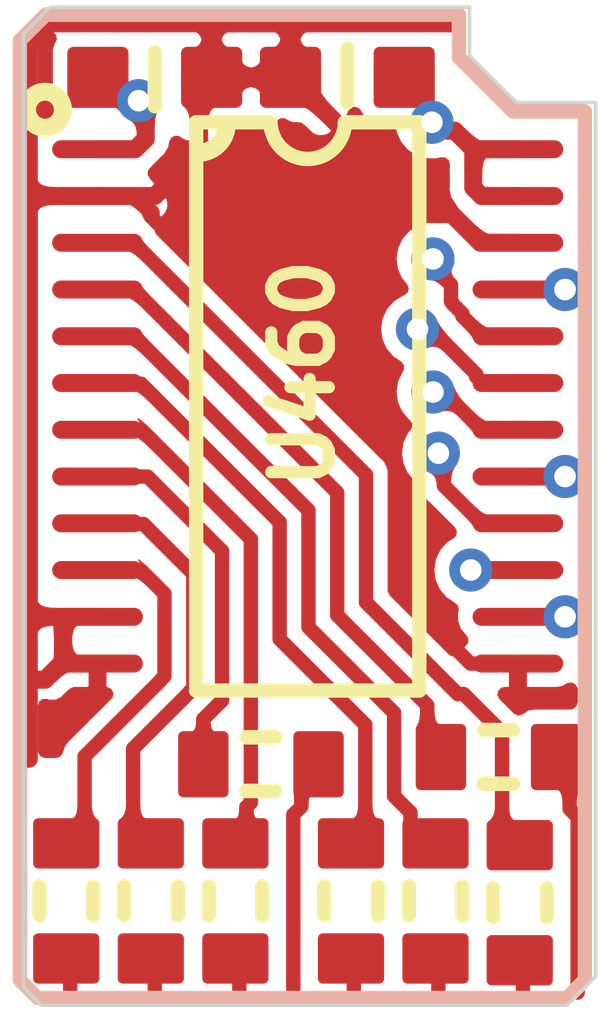
<source format=kicad_pcb>
(kicad_pcb (version 20210108) (generator pcbnew)
  (layers (0 "F.Cu" signal "Top Layer") (31 "B.Cu" signal "Bottom Layer") (34 "B.Paste" user) (35 "F.Paste" user) (36 "B.SilkS" user "B.Silkscreen") (37 "F.SilkS" user "F.Silkscreen") (38 "B.Mask" user) (39 "F.Mask" user) (44 "Edge.Cuts" user))
  (net 0 "")
  (net 1 "OUT_IGN7")
  (net 2 "VCC")
  (net 3 "V33")
  (net 4 "NetR469_1")
  (net 5 "NetR468_1")
  (net 6 "NetR467_1")
  (net 7 "NetR466_1")
  (net 8 "NetR464_1")
  (net 9 "NetR463_1")
  (net 10 "NetR462_1")
  (net 11 "NetR461_1")
  (net 12 "IGN8")
  (net 13 "IGN7")
  (net 14 "IGN6")
  (net 15 "IGN5")
  (net 16 "OUT_IGN8")
  (net 17 "OUT_IGN6")
  (net 18 "GND")
  (net 19 "IGN2")
  (net 20 "IGN1")
  (net 21 "IGN4")
  (net 22 "IGN3")
  (net 23 "OUT_IGN5")
  (net 24 "OUT_IGN2")
  (net 25 "OUT_IGN1")
  (net 26 "OUT_IGN4")
  (net 27 "OUT_IGN3")
  (footprint "General.pcblib:Cap" (layer "F.Cu") (at 1.900009 -12.9)
    (fp_text reference "C460" hide)
    (fp_text value "100n" hide)
    (fp_line (start 0 0.4) (end 0 -0.349986) (layer "F.SilkS") (width 0.2))
    (pad "1" smd roundrect (at -0.790001 0) (size 0.850001 0.850001) (layers "F.Cu" "F.Paste" "F.Mask") (roundrect_rratio 0.1) (net 2 "VCC"))
    (pad "2" smd roundrect (at 0.790001 0) (size 0.850001 0.850001) (layers "F.Cu" "F.Paste" "F.Mask") (roundrect_rratio 0.1) (net 18 "GND"))
  )
  (footprint "General.pcblib:Res" (layer "F.Cu") (at 3.020027 -1.45 -90)
    (fp_text reference "R463" hide)
    (fp_text value "10" hide)
    (fp_line (start 0.2 -0.374985) (end -0.199999 -0.374995) (layer "F.SilkS") (width 0.2032))
    (fp_line (start 0.198943 0.37085) (end -0.201056 0.37084) (layer "F.SilkS") (width 0.2032))
    (pad "1" smd roundrect (at -0.800001 0 270) (size 0.700001 0.920001) (layers "F.Cu" "F.Paste" "F.Mask") (roundrect_rratio 0.1) (net 9 "NetR463_1"))
    (pad "2" smd roundrect (at 0.800001 0 270) (size 0.700001 0.920001) (layers "F.Cu" "F.Paste" "F.Mask") (roundrect_rratio 0.1) (net 27 "OUT_IGN3"))
  )
  (footprint "General.pcblib:Res" (layer "F.Cu") (at 6.969999 -1.425001 -90)
    (fp_text reference "R461" hide)
    (fp_text value "10" hide)
    (fp_line (start 0.198943 0.37085) (end -0.201056 0.37084) (layer "F.SilkS") (width 0.2032))
    (fp_line (start 0.2 -0.374985) (end -0.2 -0.374995) (layer "F.SilkS") (width 0.2032))
    (pad "1" smd roundrect (at -0.800001 0 270) (size 0.700001 0.920001) (layers "F.Cu" "F.Paste" "F.Mask") (roundrect_rratio 0.1) (net 11 "NetR461_1"))
    (pad "2" smd roundrect (at 0.800001 0 270) (size 0.700001 0.920001) (layers "F.Cu" "F.Paste" "F.Mask") (roundrect_rratio 0.1) (net 1 "OUT_IGN7"))
  )
  (footprint "General.pcblib:Res" (layer "F.Cu") (at 4.626 -1.450002 -90)
    (fp_text reference "R462" hide)
    (fp_text value "10" hide)
    (fp_line (start 0.198943 0.37085) (end -0.201056 0.37084) (layer "F.SilkS") (width 0.2032))
    (fp_line (start 0.199999 -0.374986) (end -0.2 -0.374996) (layer "F.SilkS") (width 0.2032))
    (pad "1" smd roundrect (at -0.800001 0 270) (size 0.700001 0.920001) (layers "F.Cu" "F.Paste" "F.Mask") (roundrect_rratio 0.1) (net 10 "NetR462_1"))
    (pad "2" smd roundrect (at 0.800001 0 270) (size 0.700001 0.920001) (layers "F.Cu" "F.Paste" "F.Mask") (roundrect_rratio 0.1) (net 23 "OUT_IGN5"))
  )
  (footprint "General.pcblib:Res" (layer "F.Cu") (at 3.375022 -3.350001)
    (fp_text reference "R466" hide)
    (fp_text value "10" hide)
    (fp_line (start -0.199999 -0.374995) (end 0.2 -0.374985) (layer "F.SilkS") (width 0.2032))
    (fp_line (start -0.201056 0.37084) (end 0.198943 0.37085) (layer "F.SilkS") (width 0.2032))
    (pad "1" smd roundrect (at -0.8 0) (size 0.700001 0.920001) (layers "F.Cu" "F.Paste" "F.Mask") (roundrect_rratio 0.1) (net 7 "NetR466_1"))
    (pad "2" smd roundrect (at 0.800001 0) (size 0.700001 0.920001) (layers "F.Cu" "F.Paste" "F.Mask") (roundrect_rratio 0.1) (net 26 "OUT_IGN4"))
  )
  (footprint "General.pcblib:Res" (layer "F.Cu") (at 0.670004 -1.45 -90)
    (fp_text reference "R467" hide)
    (fp_text value "10" hide)
    (fp_line (start 0.198943 0.37085) (end -0.201056 0.37084) (layer "F.SilkS") (width 0.2032))
    (fp_line (start 0.2 -0.374985) (end -0.199999 -0.374995) (layer "F.SilkS") (width 0.2032))
    (pad "1" smd roundrect (at -0.800001 0 270) (size 0.700001 0.920001) (layers "F.Cu" "F.Paste" "F.Mask") (roundrect_rratio 0.1) (net 6 "NetR467_1"))
    (pad "2" smd roundrect (at 0.800001 0 270) (size 0.700001 0.920001) (layers "F.Cu" "F.Paste" "F.Mask") (roundrect_rratio 0.1) (net 25 "OUT_IGN1"))
  )
  (footprint "Mod.PcbLib:Mod-Hellen-IGN8" (layer "F.Cu") (at 0 0)
    (fp_text reference "M460" hide)
    (fp_text value "Module:ign8/0.1" hide)
    (fp_line (start 0.025001 -13.412061) (end 0.386649 -13.773709) (layer "B.SilkS") (width 0.2))
    (fp_line (start 0.025001 -0.35038) (end 0.275001 -0.100381) (layer "B.SilkS") (width 0.2))
    (fp_line (start 0.025001 -0.35038) (end 0.025001 -13.412061) (layer "B.SilkS") (width 0.2))
    (fp_line (start 0.386649 -13.773709) (end 6.124999 -13.773709) (layer "B.SilkS") (width 0.2))
    (fp_line (start 6.875 -12.424999) (end 7.875001 -12.424999) (layer "B.SilkS") (width 0.2))
    (fp_line (start 7.875001 -0.349999) (end 7.875001 -12.424999) (layer "B.SilkS") (width 0.2))
    (fp_line (start 6.124999 -13.175) (end 6.875 -12.424999) (layer "B.SilkS") (width 0.2))
    (fp_line (start 7.625382 -0.100381) (end 7.875001 -0.349999) (layer "B.SilkS") (width 0.2))
    (fp_line (start 0.275001 -0.100381) (end 7.625382 -0.100381) (layer "B.SilkS") (width 0.2))
    (fp_line (start 6.124999 -13.175) (end 6.124999 -13.773709) (layer "B.SilkS") (width 0.2))
    (fp_line (start 6.124999 -13.175) (end 6.124999 -13.771352) (layer "F.SilkS") (width 0.2))
    (fp_line (start 7.875001 -10.550002) (end 7.875001 -12.424999) (layer "F.SilkS") (width 0.2))
    (fp_line (start 0.025001 -0.35038) (end 0.275001 -0.100381) (layer "F.SilkS") (width 0.2))
    (fp_line (start 7.875001 -0.350002) (end 7.875001 -10.550002) (layer "F.SilkS") (width 0.2))
    (fp_line (start 0.275001 -0.100381) (end 7.62538 -0.100381) (layer "F.SilkS") (width 0.2))
    (fp_line (start 7.62538 -0.100381) (end 7.875001 -0.350002) (layer "F.SilkS") (width 0.2))
    (fp_line (start 6.875 -12.424999) (end 7.875001 -12.424999) (layer "F.SilkS") (width 0.2))
    (fp_line (start 0.384292 -13.771352) (end 6.124999 -13.771352) (layer "F.SilkS") (width 0.2))
    (fp_line (start 6.124999 -13.175) (end 6.875 -12.424999) (layer "F.SilkS") (width 0.2))
    (fp_line (start 0.025001 -13.412061) (end 0.384292 -13.771352) (layer "F.SilkS") (width 0.2))
    (fp_line (start 0.025001 -0.35038) (end 0.025001 -13.412061) (layer "F.SilkS") (width 0.2))
    (pad "G" smd oval (at 0.300004 -13.499996 45) (size 0.650001 0.25) (layers "F.Cu" "F.Paste") (net 18 "GND"))
    (pad "G" smd oval (at 0.15 -8.400001 90) (size 10.2 0.25) (layers "F.Cu" "F.Paste") (net 18 "GND"))
    (pad "G" smd oval (at 3.2625 -13.649996 90) (size 0.25 5.800001) (layers "F.Cu" "F.Paste") (net 18 "GND"))
    (pad "S1" smd oval (at 7.774948 -0.275379 90) (size 0.399999 0.2) (layers "F.Cu" "F.Paste" "F.Mask") (net 16 "OUT_IGN8"))
    (pad "S2" smd oval (at 7.014969 -0.275379 90) (size 0.399999 0.2) (layers "F.Cu" "F.Paste" "F.Mask") (net 1 "OUT_IGN7"))
    (pad "S3" smd oval (at 5.839976 -0.275379 90) (size 0.399999 0.2) (layers "F.Cu" "F.Paste" "F.Mask") (net 17 "OUT_IGN6"))
    (pad "S4" smd oval (at 4.664989 -0.275379 90) (size 0.399999 0.2) (layers "F.Cu" "F.Paste" "F.Mask") (net 23 "OUT_IGN5"))
    (pad "S5" smd oval (at 3.825077 -0.275379 90) (size 0.399999 0.2) (layers "F.Cu" "F.Paste" "F.Mask") (net 26 "OUT_IGN4"))
    (pad "S6" smd oval (at 3.075005 -0.275379 90) (size 0.399999 0.2) (layers "F.Cu" "F.Paste" "F.Mask") (net 27 "OUT_IGN3"))
    (pad "S7" smd oval (at 1.899994 -0.275379 90) (size 0.399999 0.2) (layers "F.Cu" "F.Paste" "F.Mask") (net 24 "OUT_IGN2"))
    (pad "S8" smd oval (at 0.724997 -0.275379 90) (size 0.399999 0.2) (layers "F.Cu" "F.Paste" "F.Mask") (net 25 "OUT_IGN1"))
    (pad "V1" thru_hole circle (at 5.765 -10.374986 180) (size 0.599999 0.599999) (drill 0.299999) (layers *.Cu *.Mask) (net 12 "IGN8"))
    (pad "V2" thru_hole circle (at 7.60001 -9.949978 180) (size 0.599999 0.599999) (drill 0.299999) (layers *.Cu *.Mask) (net 13 "IGN7"))
    (pad "V3" thru_hole circle (at 5.550002 -9.399981 180) (size 0.599999 0.599999) (drill 0.299999) (layers *.Cu *.Mask) (net 14 "IGN6"))
    (pad "V4" thru_hole circle (at 5.764997 -8.525022) (size 0.599999 0.599999) (drill 0.299999) (layers *.Cu *.Mask) (net 15 "IGN5"))
    (pad "V5" thru_hole circle (at 5.840004 -7.674999 180) (size 0.599999 0.599999) (drill 0.299999) (layers *.Cu *.Mask) (net 21 "IGN4"))
    (pad "V6" thru_hole circle (at 7.60001 -7.349983 180) (size 0.599999 0.599999) (drill 0.299999) (layers *.Cu *.Mask) (net 22 "IGN3"))
    (pad "V7" thru_hole circle (at 6.29001 -6.050016) (size 0.599999 0.599999) (drill 0.299999) (layers *.Cu *.Mask) (net 19 "IGN2"))
    (pad "V8" thru_hole circle (at 7.60001 -5.399999 180) (size 0.599999 0.599999) (drill 0.299999) (layers *.Cu *.Mask) (net 20 "IGN1"))
    (pad "V9" thru_hole circle (at 1.674995 -12.575002 180) (size 0.599999 0.599999) (drill 0.299999) (layers *.Cu *.Mask) (net 2 "VCC"))
    (pad "V10" thru_hole circle (at 5.750001 -12.275 180) (size 0.599999 0.599999) (drill 0.299999) (layers *.Cu *.Mask) (net 3 "V33"))
  )
  (footprint "General.pcblib:Res" (layer "F.Cu") (at 5.800009 -1.45 -90)
    (fp_text reference "R468" hide)
    (fp_text value "10" hide)
    (fp_line (start 0.198943 0.37085) (end -0.201056 0.37084) (layer "F.SilkS") (width 0.2032))
    (fp_line (start 0.2 -0.374985) (end -0.199999 -0.374995) (layer "F.SilkS") (width 0.2032))
    (pad "1" smd roundrect (at -0.800001 0 270) (size 0.700001 0.920001) (layers "F.Cu" "F.Paste" "F.Mask") (roundrect_rratio 0.1) (net 5 "NetR468_1"))
    (pad "2" smd roundrect (at 0.800001 0 270) (size 0.700001 0.920001) (layers "F.Cu" "F.Paste" "F.Mask") (roundrect_rratio 0.1) (net 17 "OUT_IGN6"))
  )
  (footprint "General.pcblib:Res" (layer "F.Cu") (at 6.675006 -3.450001)
    (fp_text reference "R469" hide)
    (fp_text value "10" hide)
    (fp_line (start -0.201057 0.37084) (end 0.198943 0.37085) (layer "F.SilkS") (width 0.2032))
    (fp_line (start -0.2 -0.374995) (end 0.199999 -0.374985) (layer "F.SilkS") (width 0.2032))
    (pad "1" smd roundrect (at -0.800001 0) (size 0.700001 0.920001) (layers "F.Cu" "F.Paste" "F.Mask") (roundrect_rratio 0.1) (net 4 "NetR469_1"))
    (pad "2" smd roundrect (at 0.800001 0) (size 0.700001 0.920001) (layers "F.Cu" "F.Paste" "F.Mask") (roundrect_rratio 0.1) (net 16 "OUT_IGN8"))
  )
  (footprint "General.pcblib:Res" (layer "F.Cu") (at 1.845036 -1.45 -90)
    (fp_text reference "R464" hide)
    (fp_text value "10" hide)
    (fp_line (start 0.198943 0.37085) (end -0.201056 0.37084) (layer "F.SilkS") (width 0.2032))
    (fp_line (start 0.2 -0.374985) (end -0.199999 -0.374995) (layer "F.SilkS") (width 0.2032))
    (pad "1" smd roundrect (at -0.800001 0 270) (size 0.700001 0.920001) (layers "F.Cu" "F.Paste" "F.Mask") (roundrect_rratio 0.1) (net 8 "NetR464_1"))
    (pad "2" smd roundrect (at 0.800001 0 270) (size 0.700001 0.920001) (layers "F.Cu" "F.Paste" "F.Mask") (roundrect_rratio 0.1) (net 24 "OUT_IGN2"))
  )
  (footprint "IC.PcbLib:74LVC4245" (layer "F.Cu") (at 4.025011 -8.325002)
    (fp_text reference "U460" (at 0.39987 1.216192 90 unlocked) (layer "F.SilkS") (effects (font (size 0.800001 0.800001) (thickness 0.17)) (justify left bottom)))
    (fp_text value "SN74LVC4245APWR" hide)
    (fp_line (start -1.55001 3.950004) (end -1.55001 -3.950005) (layer "F.SilkS") (width 0.2))
    (fp_line (start 1.55001 3.950004) (end 1.55001 -3.950005) (layer "F.SilkS") (width 0.2))
    (fp_line (start 0.516661 -3.950005) (end 1.55001 -3.950005) (layer "F.SilkS") (width 0.2))
    (fp_line (start -1.55001 3.950004) (end 1.55001 3.950004) (layer "F.SilkS") (width 0.2))
    (fp_line (start -1.55001 -3.950005) (end -0.516661 -3.950005) (layer "F.SilkS") (width 0.2))
    (fp_arc (start -1.525001 -3.925001) (end -1.525001 -3.525002) (angle -90) (layer "F.SilkS") (width 0.25))
    (fp_arc (start 0 -3.95) (end -0.516659 -3.95) (angle -180) (layer "F.SilkS") (width 0.2))
    (fp_circle (center -3.650013 -4.124999) (end -3.650013 -4.374999) (layer "F.SilkS") (width 0.25) (fill none))
    (pad "1" smd oval (at -2.919999 -3.575 90) (size 0.25 1.26) (layers "F.Cu" "F.Paste" "F.Mask") (net 2 "VCC"))
    (pad "2" smd oval (at -2.919999 -2.924988 90) (size 0.25 1.26) (layers "F.Cu" "F.Paste" "F.Mask") (net 18 "GND"))
    (pad "3" smd oval (at -2.919999 -2.275002 90) (size 0.25 1.26) (layers "F.Cu" "F.Paste" "F.Mask") (net 11 "NetR461_1"))
    (pad "4" smd oval (at -2.919999 -1.624991 90) (size 0.25 1.26) (layers "F.Cu" "F.Paste" "F.Mask") (net 4 "NetR469_1"))
    (pad "5" smd oval (at -2.919999 -0.975005 90) (size 0.25 1.26) (layers "F.Cu" "F.Paste" "F.Mask") (net 5 "NetR468_1"))
    (pad "6" smd oval (at -2.919999 -0.324993 90) (size 0.25 1.26) (layers "F.Cu" "F.Paste" "F.Mask") (net 10 "NetR462_1"))
    (pad "7" smd oval (at -2.919999 0.324993 90) (size 0.25 1.26) (layers "F.Cu" "F.Paste" "F.Mask") (net 9 "NetR463_1"))
    (pad "8" smd oval (at -2.919999 0.975004 90) (size 0.25 1.26) (layers "F.Cu" "F.Paste" "F.Mask") (net 7 "NetR466_1"))
    (pad "9" smd oval (at -2.919999 1.62499 90) (size 0.25 1.26) (layers "F.Cu" "F.Paste" "F.Mask") (net 8 "NetR464_1"))
    (pad "10" smd oval (at -2.919999 2.275001 90) (size 0.25 1.26) (layers "F.Cu" "F.Paste" "F.Mask") (net 6 "NetR467_1"))
    (pad "11" smd oval (at -2.919999 2.924987 90) (size 0.25 1.26) (layers "F.Cu" "F.Paste" "F.Mask") (net 18 "GND"))
    (pad "12" smd oval (at -2.919999 3.574999 90) (size 0.25 1.26) (layers "F.Cu" "F.Paste" "F.Mask") (net 18 "GND"))
    (pad "13" smd oval (at 2.919999 3.574999 90) (size 0.25 1.26) (layers "F.Cu" "F.Paste" "F.Mask") (net 18 "GND"))
    (pad "14" smd oval (at 2.919999 2.924987 90) (size 0.25 1.26) (layers "F.Cu" "F.Paste" "F.Mask") (net 20 "IGN1"))
    (pad "15" smd oval (at 2.919999 2.275001 90) (size 0.25 1.26) (layers "F.Cu" "F.Paste" "F.Mask") (net 19 "IGN2"))
    (pad "16" smd oval (at 2.919999 1.62499 90) (size 0.25 1.26) (layers "F.Cu" "F.Paste" "F.Mask") (net 21 "IGN4"))
    (pad "17" smd oval (at 2.919999 0.975004 90) (size 0.25 1.26) (layers "F.Cu" "F.Paste" "F.Mask") (net 22 "IGN3"))
    (pad "18" smd oval (at 2.919999 0.324993 90) (size 0.25 1.26) (layers "F.Cu" "F.Paste" "F.Mask") (net 15 "IGN5"))
    (pad "19" smd oval (at 2.919999 -0.324993 90) (size 0.25 1.26) (layers "F.Cu" "F.Paste" "F.Mask") (net 14 "IGN6"))
    (pad "20" smd oval (at 2.919999 -0.975005 90) (size 0.25 1.26) (layers "F.Cu" "F.Paste" "F.Mask") (net 12 "IGN8"))
    (pad "21" smd oval (at 2.919999 -1.624991 90) (size 0.25 1.26) (layers "F.Cu" "F.Paste" "F.Mask") (net 13 "IGN7"))
    (pad "22" smd oval (at 2.919999 -2.275002 90) (size 0.25 1.26) (layers "F.Cu" "F.Paste" "F.Mask") (net 18 "GND"))
    (pad "23" smd oval (at 2.919999 -2.924988 90) (size 0.25 1.26) (layers "F.Cu" "F.Paste" "F.Mask") (net 3 "V33"))
    (pad "24" smd oval (at 2.919999 -3.575 90) (size 0.25 1.26) (layers "F.Cu" "F.Paste" "F.Mask") (net 3 "V33"))
  )
  (footprint "General.pcblib:Cap" (layer "F.Cu") (at 4.574987 -12.900002 180)
    (fp_text reference "C461" hide)
    (fp_text value "100n" hide)
    (fp_line (start 0 -0.349986) (end 0 0.399999) (layer "F.SilkS") (width 0.2))
    (pad "1" smd roundrect (at -0.790001 0 180) (size 0.850001 0.850001) (layers "F.Cu" "F.Paste" "F.Mask") (roundrect_rratio 0.1) (net 3 "V33"))
    (pad "2" smd roundrect (at 0.790001 0 180) (size 0.850001 0.850001) (layers "F.Cu" "F.Paste" "F.Mask") (roundrect_rratio 0.1) (net 18 "GND"))
  )
  (gr_poly (pts (xy 0.499999 -5.080185) (xy 0.485135 -5.35243) (xy 0.875 -5.278722) (xy 0.851251 -5.280447) (xy 0.830001 -5.276162) (xy 0.811251 -5.265875) (xy 0.795 -5.249578) (xy 0.781251 -5.227277) (xy 0.770001 -5.198969) (xy 0.761251 -5.164656) (xy 0.755 -5.124333) (xy 0.751251 -5.078009) (xy 0.750001 -5.025674)) (layer "F.Cu") (width 0) (fill solid))
  (gr_poly (pts (xy 2.389947 -12.226442) (xy 2.388956 -12.266684) (xy 2.385985 -12.304083) (xy 2.381034 -12.338637) (xy 2.374102 -12.370349) (xy 2.36519 -12.399218) (xy 2.354298 -12.425243) (xy 2.341425 -12.448426) (xy 2.326571 -12.468766) (xy 2.309739 -12.486262) (xy 2.290925 -12.500915) (xy 2.764945 -12.47949) (xy 2.741196 -12.477976) (xy 2.719946 -12.471176) (xy 2.701196 -12.459089) (xy 2.684945 -12.441715) (xy 2.671196 -12.419053) (xy 2.659944 -12.391106) (xy 2.651196 -12.35787) (xy 2.644945 -12.319348) (xy 2.641196 -12.275538) (xy 2.639944 -12.226442)) (layer "F.Cu") (width 0) (fill solid))
  (gr_poly (pts (xy 6.315669 -6.965775) (xy 6.354013 -6.928813) (xy 6.423995 -6.869902) (xy 6.455631 -6.847952) (xy 6.485034 -6.831002) (xy 6.512199 -6.819057) (xy 6.537132 -6.812115) (xy 6.559827 -6.810174) (xy 6.580287 -6.813238) (xy 6.598511 -6.821305) (xy 6.325133 -6.652428) (xy 6.322725 -6.658831) (xy 6.317597 -6.667538) (xy 6.309741 -6.678549) (xy 6.28586 -6.70748) (xy 6.229609 -6.76815) (xy 6.178489 -6.820113)) (layer "F.Cu") (width 0) (fill solid))
  (gr_poly (pts (xy 6.3292 -9.56577) (xy 6.367262 -9.529092) (xy 6.436865 -9.470555) (xy 6.46841 -9.448698) (xy 6.49778 -9.431782) (xy 6.524978 -9.419806) (xy 6.550002 -9.412768) (xy 6.572855 -9.410672) (xy 6.593535 -9.413514) (xy 6.612042 -9.421299) (xy 6.325133 -9.252422) (xy 6.322088 -9.262036) (xy 6.316386 -9.273614) (xy 6.308029 -9.287159) (xy 6.297013 -9.302669) (xy 6.267013 -9.339583) (xy 6.226383 -9.38436) (xy 6.175129 -9.436997)) (layer "F.Cu") (width 0) (fill solid))
  (gr_poly (pts (xy 3.836665 -2.761663) (xy 3.831958 -2.933878) (xy 4.066741 -2.894787) (xy 4.061026 -2.894358) (xy 4.055913 -2.891064) (xy 4.051402 -2.884909) (xy 4.047493 -2.875892) (xy 4.044183 -2.86401) (xy 4.041478 -2.849265) (xy 4.039372 -2.831661) (xy 4.036964 -2.787858) (xy 4.036665 -2.761663)) (layer "F.Cu") (width 0) (fill solid))
  (gr_poly (pts (xy 1.808528 -8.400052) (xy 1.770761 -8.436437) (xy 1.702603 -8.493526) (xy 1.672212 -8.51423) (xy 1.644279 -8.529709) (xy 1.618806 -8.53996) (xy 1.595793 -8.544987) (xy 1.575237 -8.544784) (xy 1.557142 -8.539358) (xy 1.541506 -8.528703) (xy 1.724889 -8.69758) (xy 1.723967 -8.711603) (xy 1.728046 -8.719246) (xy 1.737129 -8.720506) (xy 1.751216 -8.715385) (xy 1.770304 -8.703882) (xy 1.794396 -8.685995) (xy 1.823489 -8.661728) (xy 1.940786 -8.550636)) (layer "F.Cu") (width 0) (fill solid))
  (gr_poly (pts (xy 4.208544 -12.299668) (xy 4.157005 -12.34947) (xy 4.064714 -12.427862) (xy 4.023965 -12.45645) (xy 3.986812 -12.477968) (xy 3.953253 -12.492416) (xy 3.923294 -12.499792) (xy 3.896929 -12.500097) (xy 3.874163 -12.49333) (xy 3.854991 -12.479492) (xy 4.205496 -12.829997) (xy 4.191658 -12.810825) (xy 4.184891 -12.788059) (xy 4.185196 -12.761694) (xy 4.192572 -12.731735) (xy 4.20702 -12.698176) (xy 4.228539 -12.661024) (xy 4.257126 -12.620274) (xy 4.292788 -12.575926) (xy 4.38532 -12.476444)) (layer "F.Cu") (width 0) (fill solid))
  (gr_poly (pts (xy 1.817919 -7.756342) (xy 1.778396 -7.794483) (xy 1.708313 -7.853495) (xy 1.677754 -7.874368) (xy 1.650185 -7.889484) (xy 1.625605 -7.898841) (xy 1.604015 -7.902445) (xy 1.585412 -7.900292) (xy 1.569796 -7.892382) (xy 1.557172 -7.878717) (xy 1.697934 -8.087932) (xy 1.674564 -8.124838) (xy 1.661841 -8.149671) (xy 1.659766 -8.162432) (xy 1.668338 -8.163121) (xy 1.687558 -8.151736) (xy 1.717429 -8.128279) (xy 1.757944 -8.092747) (xy 1.943384 -7.913718)) (layer "F.Cu") (width 0) (fill solid))
  (gr_poly (pts (xy 3.272841 -2.754559) (xy 3.273405 -2.724285) (xy 3.277908 -2.673294) (xy 3.281848 -2.652578) (xy 3.286915 -2.635052) (xy 3.293107 -2.620709) (xy 3.300425 -2.609555) (xy 3.308871 -2.601587) (xy 3.318441 -2.596807) (xy 3.329137 -2.595215) (xy 3.016545 -2.595215) (xy 3.027241 -2.596807) (xy 3.036811 -2.601587) (xy 3.045257 -2.609555) (xy 3.052575 -2.620709) (xy 3.058767 -2.635052) (xy 3.063834 -2.652578) (xy 3.067774 -2.673294) (xy 3.070588 -2.697196) (xy 3.072277 -2.724285) (xy 3.072841 -2.754559)) (layer "F.Cu") (width 0) (fill solid))
  (gr_poly (pts (xy 1.812404 -5.802648) (xy 1.772562 -5.841108) (xy 1.701808 -5.900791) (xy 1.670898 -5.922015) (xy 1.642966 -5.937494) (xy 1.618013 -5.947227) (xy 1.596034 -5.951215) (xy 1.577038 -5.949457) (xy 1.561015 -5.941957) (xy 1.547973 -5.928708) (xy 1.697934 -6.137923) (xy 1.677883 -6.169762) (xy 1.667708 -6.190483) (xy 1.667408 -6.200087) (xy 1.676987 -6.198575) (xy 1.696441 -6.185944) (xy 1.725773 -6.162197) (xy 1.814063 -6.081352) (xy 1.94186 -5.956036)) (layer "F.Cu") (width 0) (fill solid))
  (gr_poly (pts (xy 1.740019 -9.034244) (xy 1.701551 -9.071328) (xy 1.631406 -9.130403) (xy 1.599728 -9.152397) (xy 1.570312 -9.169359) (xy 1.543159 -9.18129) (xy 1.51827 -9.188191) (xy 1.495643 -9.190063) (xy 1.475278 -9.186903) (xy 1.457178 -9.178714) (xy 1.724889 -9.347591) (xy 1.727027 -9.342531) (xy 1.731919 -9.335026) (xy 1.739562 -9.325077) (xy 1.763105 -9.297843) (xy 1.870126 -9.186979)) (layer "F.Cu") (width 0) (fill solid))
  (gr_poly (pts (xy 3.909985 -13.573559) (xy 3.911237 -13.52548) (xy 3.914986 -13.482462) (xy 3.921237 -13.444504) (xy 3.929985 -13.411609) (xy 3.941237 -13.383773) (xy 3.954986 -13.360999) (xy 3.971237 -13.343285) (xy 3.989984 -13.330634) (xy 4.011237 -13.323042) (xy 4.034986 -13.320512) (xy 3.534987 -13.320512) (xy 3.558736 -13.323042) (xy 3.579988 -13.330634) (xy 3.598736 -13.343285) (xy 3.614986 -13.360999) (xy 3.628735 -13.383773) (xy 3.639988 -13.411609) (xy 3.648735 -13.444504) (xy 3.654986 -13.482462) (xy 3.658735 -13.52548) (xy 3.659988 -13.573559)) (layer "F.Cu") (width 0) (fill solid))
  (gr_poly (pts (xy 6.299523 -10.901121) (xy 6.346055 -10.856326) (xy 6.431671 -10.784609) (xy 6.470752 -10.757687) (xy 6.50735 -10.736727) (xy 6.541463 -10.721724) (xy 6.573091 -10.712679) (xy 6.602237 -10.709593) (xy 6.628897 -10.712465) (xy 6.653075 -10.721297) (xy 6.325133 -10.55242) (xy 6.324049 -10.547718) (xy 6.317767 -10.548821) (xy 6.306289 -10.555729) (xy 6.289614 -10.568442) (xy 6.240678 -10.611284) (xy 6.080455 -10.766636)) (layer "F.Cu") (width 0) (fill solid))
  (gr_poly (pts (xy 6.825 -2.773263) (xy 6.826001 -2.733909) (xy 6.829001 -2.698788) (xy 6.834 -2.667899) (xy 6.841 -2.641244) (xy 6.849999 -2.618824) (xy 6.861 -2.600635) (xy 6.873999 -2.58668) (xy 6.889001 -2.57696) (xy 6.906001 -2.571471) (xy 6.925 -2.570216) (xy 6.531732 -2.553269) (xy 6.549454 -2.566688) (xy 6.565308 -2.582014) (xy 6.579299 -2.599246) (xy 6.591424 -2.618387) (xy 6.601684 -2.639431) (xy 6.610078 -2.662385) (xy 6.616606 -2.687244) (xy 6.621269 -2.71401) (xy 6.624069 -2.742684) (xy 6.625001 -2.773263)) (layer "F.Cu") (width 0) (fill solid))
  (gr_poly (pts (xy 6.200135 -11.602418) (xy 6.201288 -11.763522) (xy 6.229017 -12.116057) (xy 6.241727 -12.131223) (xy 6.256746 -12.1172) (xy 6.274077 -12.073987) (xy 6.293719 -12.001589) (xy 6.315669 -11.900002) (xy 6.575133 -11.778709) (xy 6.551384 -11.786697) (xy 6.530134 -11.787287) (xy 6.511384 -11.780477) (xy 6.495133 -11.766271) (xy 6.481384 -11.744665) (xy 6.470132 -11.715661) (xy 6.461384 -11.679258) (xy 6.455133 -11.635458) (xy 6.451384 -11.584259) (xy 6.450132 -11.525661)) (layer "F.Cu") (width 0) (fill solid))
  (gr_poly (pts (xy 1.649999 -12.096046) (xy 1.648986 -12.126862) (xy 1.645938 -12.155427) (xy 1.640858 -12.181746) (xy 1.633748 -12.205815) (xy 1.624607 -12.227634) (xy 1.613433 -12.247207) (xy 1.600228 -12.26453) (xy 1.584993 -12.279605) (xy 1.567724 -12.292432) (xy 1.548425 -12.303011) (xy 1.9444 -12.443016) (xy 1.935965 -12.424237) (xy 1.928416 -12.404156) (xy 1.921756 -12.382772) (xy 1.915986 -12.360082) (xy 1.907103 -12.310796) (xy 1.903997 -12.284197) (xy 1.900443 -12.227088) (xy 1.900001 -12.196577)) (layer "F.Cu") (width 0) (fill solid))
  (gr_poly (pts (xy 1.699999 -2.798262) (xy 1.701 -2.758907) (xy 1.704 -2.723787) (xy 1.708998 -2.692898) (xy 1.715999 -2.666243) (xy 1.725 -2.643823) (xy 1.735999 -2.625634) (xy 1.748998 -2.611679) (xy 1.764 -2.601958) (xy 1.781 -2.596469) (xy 1.799999 -2.595215) (xy 1.406769 -2.578268) (xy 1.424483 -2.591681) (xy 1.440332 -2.607005) (xy 1.454318 -2.624234) (xy 1.466436 -2.643373) (xy 1.476693 -2.664417) (xy 1.485082 -2.687371) (xy 1.49161 -2.712232) (xy 1.496271 -2.739001) (xy 1.499067 -2.767678) (xy 1.5 -2.798262)) (layer "F.Cu") (width 0) (fill solid))
  (gr_poly (pts (xy 1.306345 -12.880437) (xy 1.329207 -12.858943) (xy 1.351354 -12.840899) (xy 1.372789 -12.826302) (xy 1.393508 -12.815153) (xy 1.413513 -12.807452) (xy 1.432804 -12.803203) (xy 1.451381 -12.8024) (xy 1.469245 -12.805044) (xy 1.486395 -12.81114) (xy 1.502832 -12.820683) (xy 1.414239 -12.426658) (xy 1.164402 -12.668829)) (layer "F.Cu") (width 0) (fill solid))
  (gr_poly (pts (xy 7.563272 -2.791739) (xy 7.562271 -2.832301) (xy 7.559271 -2.868361) (xy 7.554272 -2.899921) (xy 7.547272 -2.926979) (xy 7.538273 -2.949534) (xy 7.527272 -2.967589) (xy 7.514273 -2.98114) (xy 7.499271 -2.99019) (xy 7.482271 -2.994739) (xy 7.463272 -2.994787) (xy 7.818072 -3.033878) (xy 7.80766 -3.016712) (xy 7.798344 -2.998018) (xy 7.790124 -2.977792) (xy 7.782999 -2.956037) (xy 7.776972 -2.932753) (xy 7.772039 -2.907939) (xy 7.765463 -2.85372) (xy 7.76382 -2.824317) (xy 7.763271 -2.793383)) (layer "F.Cu") (width 0) (fill solid))
  (gr_poly (pts (xy 5.816539 -7.223483) (xy 5.815548 -7.249262) (xy 5.812577 -7.273262) (xy 5.807621 -7.295479) (xy 5.800687 -7.315919) (xy 5.791769 -7.334578) (xy 5.78087 -7.351456) (xy 5.767989 -7.366554) (xy 5.753125 -7.379873) (xy 5.736283 -7.391413) (xy 5.717456 -7.401171) (xy 6.081692 -7.497272) (xy 6.069312 -7.478878) (xy 6.058238 -7.459127) (xy 6.048464 -7.438024) (xy 6.039993 -7.415571) (xy 6.032828 -7.391763) (xy 6.026963 -7.366605) (xy 6.022404 -7.340092) (xy 6.019145 -7.312228) (xy 6.016539 -7.252439)) (layer "F.Cu") (width 0) (fill solid))
  (gr_poly (pts (xy 4.925004 -2.798265) (xy 4.925997 -2.759433) (xy 4.928979 -2.724681) (xy 4.93395 -2.694008) (xy 4.94091 -2.667411) (xy 4.949855 -2.644894) (xy 4.96079 -2.626457) (xy 4.973714 -2.612095) (xy 4.988624 -2.601813) (xy 5.005522 -2.595611) (xy 5.02441 -2.593485) (xy 4.625005 -2.595217) (xy 4.644004 -2.59717) (xy 4.661004 -2.6032) (xy 4.676005 -2.613309) (xy 4.689005 -2.627495) (xy 4.700006 -2.645763) (xy 4.709005 -2.668105) (xy 4.716005 -2.694529) (xy 4.721004 -2.725029) (xy 4.724004 -2.759608) (xy 4.725005 -2.798265)) (layer "F.Cu") (width 0) (fill solid))
  (gr_poly (pts (xy 0.52434 -11.124992) (xy 0.47626 -11.12374) (xy 0.433243 -11.11999) (xy 0.395285 -11.11374) (xy 0.362389 -11.104992) (xy 0.334554 -11.09374) (xy 0.31178 -11.079991) (xy 0.294066 -11.06374) (xy 0.281414 -11.044992) (xy 0.273822 -11.02374) (xy 0.271292 -10.999991) (xy 0.271292 -11.49999) (xy 0.273822 -11.476241) (xy 0.281414 -11.454991) (xy 0.294066 -11.436241) (xy 0.31178 -11.41999) (xy 0.334554 -11.406241) (xy 0.362389 -11.394989) (xy 0.395285 -11.386241) (xy 0.433243 -11.37999) (xy 0.47626 -11.376241) (xy 0.52434 -11.374989)) (layer "F.Cu") (width 0) (fill solid))
  (gr_poly (pts (xy 1.734353 -10.334241) (xy 1.696009 -10.371204) (xy 1.626027 -10.430114) (xy 1.594391 -10.452064) (xy 1.564988 -10.469014) (xy 1.537823 -10.480959) (xy 1.51289 -10.487901) (xy 1.490195 -10.489842) (xy 1.469735 -10.486779) (xy 1.451511 -10.478712) (xy 1.724889 -10.647589) (xy 1.727297 -10.641185) (xy 1.732425 -10.632478) (xy 1.740281 -10.621467) (xy 1.764162 -10.592537) (xy 1.820413 -10.531866) (xy 1.871533 -10.479903)) (layer "F.Cu") (width 0) (fill solid))
  (gr_poly (pts (xy 2.565009 -13.275655) (xy 2.563759 -13.323735) (xy 2.56001 -13.366753) (xy 2.553759 -13.40471) (xy 2.545011 -13.437606) (xy 2.533759 -13.465442) (xy 2.52001 -13.488215) (xy 2.503759 -13.505929) (xy 2.485009 -13.518581) (xy 2.463759 -13.526173) (xy 2.44001 -13.528703) (xy 2.940009 -13.528703) (xy 2.91626 -13.526173) (xy 2.895011 -13.518581) (xy 2.87626 -13.505929) (xy 2.86001 -13.488215) (xy 2.846261 -13.465442) (xy 2.835011 -13.437606) (xy 2.826261 -13.40471) (xy 2.82001 -13.366753) (xy 2.816261 -13.323735) (xy 2.815011 -13.275655)) (layer "F.Cu") (width 0) (fill solid))
  (gr_poly (pts (xy 1.734353 -10.984227) (xy 1.696009 -11.02119) (xy 1.626027 -11.0801) (xy 1.594391 -11.10205) (xy 1.564988 -11.119) (xy 1.537823 -11.130945) (xy 1.51289 -11.137887) (xy 1.490195 -11.139828) (xy 1.469735 -11.136765) (xy 1.451511 -11.128698) (xy 1.724889 -11.297575) (xy 1.727297 -11.291171) (xy 1.732425 -11.282464) (xy 1.740281 -11.271453) (xy 1.764162 -11.242523) (xy 1.820413 -11.181852) (xy 1.871533 -11.129889)) (layer "F.Cu") (width 0) (fill solid))
  (gr_poly (pts (xy 3.363567 -12.775001) (xy 3.315487 -12.773749) (xy 3.27247 -12.77) (xy 3.234512 -12.763749) (xy 3.201617 -12.755001) (xy 3.173781 -12.743749) (xy 3.151007 -12.73) (xy 3.133293 -12.713749) (xy 3.120641 -12.695001) (xy 3.113049 -12.673749) (xy 3.11052 -12.65) (xy 3.11052 -13.149999) (xy 3.113049 -13.12625) (xy 3.120641 -13.104998) (xy 3.133293 -13.08625) (xy 3.151007 -13.069999) (xy 3.173781 -13.05625) (xy 3.201617 -13.044998) (xy 3.234512 -13.03625) (xy 3.27247 -13.029999) (xy 3.315487 -13.02625) (xy 3.363567 -13.024998)) (layer "F.Cu") (width 0) (fill solid))
  (gr_poly (pts (xy 5.938962 -9.951362) (xy 5.915355 -9.974326) (xy 5.850875 -10.029129) (xy 5.831495 -10.0427) (xy 5.813176 -10.053925) (xy 5.795912 -10.062799) (xy 5.779707 -10.069327) (xy 5.76456 -10.073508) (xy 5.750469 -10.075339) (xy 6.03281 -10.239789) (xy 6.027334 -10.226373) (xy 6.024253 -10.212553) (xy 6.023562 -10.198326) (xy 6.025264 -10.183698) (xy 6.029358 -10.168666) (xy 6.035845 -10.153231) (xy 6.044725 -10.137389) (xy 6.055998 -10.121146) (xy 6.069663 -10.104498) (xy 6.085721 -10.087447)) (layer "F.Cu") (width 0) (fill solid))
  (gr_poly (pts (xy 3.111429 -13.024998) (xy 3.159509 -13.02625) (xy 3.202526 -13.029999) (xy 3.240484 -13.03625) (xy 3.273379 -13.044998) (xy 3.301215 -13.05625) (xy 3.323989 -13.069999) (xy 3.341703 -13.08625) (xy 3.354354 -13.104998) (xy 3.361947 -13.12625) (xy 3.364476 -13.149999) (xy 3.364476 -12.65) (xy 3.361947 -12.673749) (xy 3.354354 -12.695001) (xy 3.341703 -12.713749) (xy 3.323989 -12.73) (xy 3.301215 -12.743749) (xy 3.273379 -12.755001) (xy 3.240484 -12.763749) (xy 3.202526 -12.77) (xy 3.159509 -12.773749) (xy 3.111429 -12.775001)) (layer "F.Cu") (width 0) (fill solid))
  (gr_poly (pts (xy 6.315669 -8.265772) (xy 6.354013 -8.22881) (xy 6.423995 -8.1699) (xy 6.455631 -8.147949) (xy 6.485034 -8.131) (xy 6.512199 -8.119054) (xy 6.537132 -8.112112) (xy 6.559827 -8.110172) (xy 6.580287 -8.113235) (xy 6.598511 -8.121302) (xy 6.325133 -7.952425) (xy 6.322725 -7.958828) (xy 6.317597 -7.967536) (xy 6.309741 -7.978546) (xy 6.28586 -8.007477) (xy 6.229609 -8.068147) (xy 6.178489 -8.120111)) (layer "F.Cu") (width 0) (fill solid))
  (gr_poly (pts (xy 2.675021 -3.977579) (xy 2.675715 -3.944831) (xy 2.68126 -3.889672) (xy 2.686111 -3.867267) (xy 2.692349 -3.848306) (xy 2.699974 -3.832794) (xy 2.708986 -3.820726) (xy 2.719385 -3.812108) (xy 2.731168 -3.806939) (xy 2.744338 -3.805215) (xy 2.405705 -3.805215) (xy 2.418875 -3.806939) (xy 2.430658 -3.812108) (xy 2.441057 -3.820726) (xy 2.450069 -3.832794) (xy 2.457694 -3.848306) (xy 2.463932 -3.867267) (xy 2.468783 -3.889672) (xy 2.472248 -3.915527) (xy 2.474328 -3.944831) (xy 2.475022 -3.977579)) (layer "F.Cu") (width 0) (fill solid))
  (gr_poly (pts (xy 3.659988 -13.275655) (xy 3.658735 -13.323735) (xy 3.654986 -13.366753) (xy 3.648735 -13.40471) (xy 3.639988 -13.437606) (xy 3.628735 -13.465442) (xy 3.614986 -13.488215) (xy 3.598736 -13.505929) (xy 3.579988 -13.518581) (xy 3.558736 -13.526173) (xy 3.534987 -13.528703) (xy 4.034986 -13.528703) (xy 4.011237 -13.526173) (xy 3.989987 -13.518581) (xy 3.971237 -13.505929) (xy 3.954986 -13.488215) (xy 3.941237 -13.465442) (xy 3.929985 -13.437606) (xy 3.921237 -13.40471) (xy 3.914986 -13.366753) (xy 3.911237 -13.323735) (xy 3.909985 -13.275655)) (layer "F.Cu") (width 0) (fill solid))
  (gr_poly (pts (xy 5.91167 -9.085456) (xy 5.890095 -9.105245) (xy 5.868299 -9.121684) (xy 5.846285 -9.134772) (xy 5.82405 -9.144511) (xy 5.801594 -9.150899) (xy 5.778919 -9.153936) (xy 5.756024 -9.153624) (xy 5.732907 -9.149961) (xy 5.709572 -9.142951) (xy 5.686016 -9.132588) (xy 5.822805 -9.524794) (xy 5.835167 -9.499582) (xy 5.865617 -9.447489) (xy 5.883704 -9.420611) (xy 5.925604 -9.365183) (xy 5.975137 -9.307535) (xy 6.032302 -9.247665)) (layer "F.Cu") (width 0) (fill solid))
  (gr_poly (pts (xy 5.786364 -4.108262) (xy 5.787365 -4.067698) (xy 5.790364 -4.031635) (xy 5.795363 -4.000076) (xy 5.802363 -3.973017) (xy 5.811363 -3.950462) (xy 5.822363 -3.932408) (xy 5.835363 -3.918857) (xy 5.850364 -3.909807) (xy 5.867364 -3.90526) (xy 5.886364 -3.905214) (xy 5.53194 -3.866124) (xy 5.54228 -3.883188) (xy 5.551533 -3.901801) (xy 5.559697 -3.921966) (xy 5.566771 -3.943683) (xy 5.572757 -3.966949) (xy 5.577657 -3.991767) (xy 5.584187 -4.046052) (xy 5.585821 -4.075524) (xy 5.586364 -4.106542)) (layer "F.Cu") (width 0) (fill solid))
  (gr_poly (pts (xy 1.674998 -12.475002) (xy 1.481983 -12.482802) (xy 1.530518 -12.741432) (xy 1.531407 -12.738311) (xy 1.535311 -12.735517) (xy 1.542225 -12.733053) (xy 1.552153 -12.730917) (xy 1.565095 -12.729108) (xy 1.600017 -12.72648) (xy 1.674998 -12.724999)) (layer "F.Cu") (width 0) (fill solid))
  (gr_poly (pts (xy 1.734353 -9.68423) (xy 1.696009 -9.721192) (xy 1.626027 -9.780102) (xy 1.594391 -9.802053) (xy 1.564988 -9.819002) (xy 1.537823 -9.830948) (xy 1.51289 -9.83789) (xy 1.490195 -9.83983) (xy 1.469735 -9.836767) (xy 1.451511 -9.8287) (xy 1.724889 -9.997577) (xy 1.727297 -9.991174) (xy 1.732425 -9.982467) (xy 1.740281 -9.971456) (xy 1.764162 -9.942525) (xy 1.820413 -9.881855) (xy 1.871533 -9.829891)) (layer "F.Cu") (width 0) (fill solid))
  (gr_poly (pts (xy 0.286621 -4.613387) (xy 0.485135 -4.797588) (xy 0.749833 -4.628711) (xy 0.736724 -4.633526) (xy 0.720438 -4.633275) (xy 0.700969 -4.627959) (xy 0.678322 -4.617575) (xy 0.652496 -4.602127) (xy 0.623489 -4.581611) (xy 0.591304 -4.556028) (xy 0.517395 -4.489666) (xy 0.475671 -4.448886)) (layer "F.Cu") (width 0) (fill solid))
  (gr_poly (pts (xy 0.52434 -5.275016) (xy 0.47626 -5.273764) (xy 0.433243 -5.270015) (xy 0.395285 -5.263764) (xy 0.362389 -5.255016) (xy 0.334554 -5.243764) (xy 0.31178 -5.230015) (xy 0.294066 -5.213764) (xy 0.281414 -5.195016) (xy 0.273822 -5.173764) (xy 0.271292 -5.150015) (xy 0.271292 -5.650014) (xy 0.273822 -5.626265) (xy 0.281414 -5.605015) (xy 0.294066 -5.586265) (xy 0.31178 -5.570014) (xy 0.334554 -5.556265) (xy 0.362389 -5.545013) (xy 0.395285 -5.536265) (xy 0.433243 -5.530014) (xy 0.47626 -5.526265) (xy 0.52434 -5.525013)) (layer "F.Cu") (width 0) (fill solid))
  (gr_poly (pts (xy 0.750001 -5.124343) (xy 0.751251 -5.072009) (xy 0.755 -5.025685) (xy 0.761251 -4.985362) (xy 0.770001 -4.951049) (xy 0.781251 -4.922741) (xy 0.795 -4.90044) (xy 0.811251 -4.884143) (xy 0.830001 -4.873856) (xy 0.851251 -4.869571) (xy 0.875 -4.871296) (xy 0.485135 -4.797588) (xy 0.487959 -4.804313) (xy 0.490487 -4.815596) (xy 0.492717 -4.831433) (xy 0.496283 -4.876772) (xy 0.499852 -5.022111) (xy 0.499999 -5.069832)) (layer "F.Cu") (width 0) (fill solid))
  (gr_poly (pts (xy 2.815011 -13.573557) (xy 2.816261 -13.525477) (xy 2.82001 -13.48246) (xy 2.826261 -13.444502) (xy 2.835011 -13.411606) (xy 2.846261 -13.383771) (xy 2.86001 -13.360997) (xy 2.87626 -13.343283) (xy 2.895011 -13.330631) (xy 2.91626 -13.323039) (xy 2.940009 -13.320509) (xy 2.44001 -13.320509) (xy 2.463759 -13.323039) (xy 2.485012 -13.330631) (xy 2.503759 -13.343283) (xy 2.52001 -13.360997) (xy 2.533759 -13.383771) (xy 2.545009 -13.411606) (xy 2.553759 -13.444502) (xy 2.56001 -13.48246) (xy 2.563759 -13.525477) (xy 2.565009 -13.573557)) (layer "F.Cu") (width 0) (fill solid))
  (gr_poly (pts (xy 6.212335 -12.18944) (xy 6.261926 -12.141586) (xy 6.350836 -12.066572) (xy 6.390157 -12.039412) (xy 6.426058 -12.01915) (xy 6.458532 -12.005782) (xy 6.487587 -11.999316) (xy 6.513215 -11.999745) (xy 6.535423 -12.00707) (xy 6.554208 -12.021294) (xy 6.352088 -11.81208) (xy 6.39112 -11.751015) (xy 6.414813 -11.707614) (xy 6.423162 -11.681871) (xy 6.416172 -11.673789) (xy 6.393838 -11.68337) (xy 6.356165 -11.710609) (xy 6.30315 -11.755509) (xy 6.052053 -11.996169)) (layer "F.Cu") (width 0) (fill solid))
  (gr_poly (pts (xy 1.024999 -2.798262) (xy 1.025832 -2.766479) (xy 1.028329 -2.73687) (xy 1.032495 -2.709438) (xy 1.038322 -2.684175) (xy 1.045817 -2.661089) (xy 1.054976 -2.640178) (xy 1.065802 -2.62144) (xy 1.078294 -2.604874) (xy 1.092449 -2.590485) (xy 1.108271 -2.578268) (xy 0.725 -2.595215) (xy 0.743999 -2.596449) (xy 0.760999 -2.601923) (xy 0.776 -2.611631) (xy 0.789 -2.62558) (xy 0.799998 -2.643767) (xy 0.809 -2.66619) (xy 0.816 -2.69285) (xy 0.820999 -2.723751) (xy 0.823999 -2.758887) (xy 0.825 -2.798262)) (layer "F.Cu") (width 0) (fill solid))
  (gr_poly (pts (xy 6.108654 -8.189946) (xy 6.087267 -8.209539) (xy 6.065416 -8.226014) (xy 6.043099 -8.239366) (xy 6.020316 -8.2496) (xy 5.99707 -8.256712) (xy 5.973359 -8.260705) (xy 5.949183 -8.261579) (xy 5.924542 -8.259331) (xy 5.899434 -8.253961) (xy 5.873864 -8.245472) (xy 6.046668 -8.628276) (xy 6.057862 -8.599315) (xy 6.08249 -8.544768) (xy 6.095921 -8.51918) (xy 6.125017 -8.471383) (xy 6.140684 -8.44917) (xy 6.174255 -8.408121) (xy 6.192157 -8.389285)) (layer "F.Cu") (width 0) (fill solid))
  (gr_line (start 6.925 -12.55) (end 6.274026 -13.200974) (layer "Edge.Cuts") (width 0.05))
  (gr_line (start 6.274026 -13.874999) (end 0.449999 -13.874999) (layer "Edge.Cuts") (width 0.05))
  (gr_line (start 0.449999 -13.874999) (end 0.075004 -13.500003) (layer "Edge.Cuts") (width 0.05))
  (gr_line (start 0.325003 0) (end 7.624999 0) (layer "Edge.Cuts") (width 0.05))
  (gr_line (start 0.075004 -0.25) (end 0.075004 -0.25) (layer "Edge.Cuts") (width 0.05))
  (gr_line (start 6.274026 -13.200974) (end 6.274026 -13.874999) (layer "Edge.Cuts") (width 0.05))
  (gr_line (start 7.624999 0) (end 8.025 -0.400002) (layer "Edge.Cuts") (width 0.05))
  (gr_line (start 0.075004 -0.25) (end 0.325003 0) (layer "Edge.Cuts") (width 0.05))
  (gr_line (start 8.025 -0.400002) (end 8.025 -12.55) (layer "Edge.Cuts") (width 0.05))
  (gr_line (start 8.025 -12.55) (end 6.925 -12.55) (layer "Edge.Cuts") (width 0.05))
  (gr_line (start 0.075004 -13.500003) (end 0.075004 -0.25) (layer "Edge.Cuts") (width 0.05))
  (segment (start 1.628551 -11.900002) (end 1.775 -12.04645) (width 0.25) (layer "F.Cu") (net 2))
  (segment (start 1.410007 -12.6) (end 1.674998 -12.6) (width 0.25) (layer "F.Cu") (net 2))
  (segment (start 1.105012 -11.900002) (end 1.628551 -11.900002) (width 0.25) (layer "F.Cu") (net 2))
  (segment (start 1.674998 -12.6) (end 1.775 -12.499998) (width 0.25) (layer "F.Cu") (net 2))
  (segment (start 1.775 -12.04645) (end 1.775 -12.499998) (width 0.25) (layer "F.Cu") (net 2))
  (segment (start 1.110008 -12.9) (end 1.410007 -12.6) (width 0.25) (layer "F.Cu") (net 2))
  (segment (start 5.961652 -12.158058) (end 6.06694 -12.158058) (width 0.25) (layer "F.Cu") (net 3))
  (segment (start 5.664987 -12.454722) (end 5.750001 -12.369709) (width 0.25) (layer "F.Cu") (net 3))
  (segment (start 6.44001 -11.24999) (end 6.94501 -11.24999) (width 0.25) (layer "F.Cu") (net 3))
  (segment (start 6.324999 -11.365001) (end 6.324999 -11.899999) (width 0.25) (layer "F.Cu") (net 3))
  (segment (start 5.664987 -12.454722) (end 5.664987 -12.600003) (width 0.25) (layer "F.Cu") (net 3))
  (segment (start 5.84471 -12.275) (end 5.961652 -12.158058) (width 0.25) (layer "F.Cu") (net 3))
  (segment (start 5.364988 -12.900002) (end 5.664987 -12.600003) (width 0.25) (layer "F.Cu") (net 3))
  (segment (start 6.324999 -11.365001) (end 6.44001 -11.24999) (width 0.25) (layer "F.Cu") (net 3))
  (segment (start 6.44001 -11.900002) (end 6.94501 -11.900002) (width 0.25) (layer "F.Cu") (net 3))
  (segment (start 5.750001 -12.275) (end 5.750001 -12.369709) (width 0.25) (layer "F.Cu") (net 3))
  (segment (start 6.324999 -11.899999) (end 6.440007 -11.899999) (width 0.25) (layer "F.Cu") (net 3))
  (segment (start 5.750001 -12.275) (end 5.84471 -12.275) (width 0.25) (layer "F.Cu") (net 3))
  (segment (start 6.440007 -11.899999) (end 6.44001 -11.900002) (width 0.25) (layer "F.Cu") (net 3))
  (segment (start 6.06694 -12.158058) (end 6.324999 -11.899999) (width 0.25) (layer "F.Cu") (net 3))
  (segment (start 4.435008 -5.421358) (end 5.686364 -4.170002) (width 0.2) (layer "F.Cu") (net 4))
  (segment (start 1.105012 -9.949993) (end 1.610012 -9.949993) (width 0.2) (layer "F.Cu") (net 4))
  (segment (start 5.686364 -3.638641) (end 5.875005 -3.450001) (width 0.2) (layer "F.Cu") (net 4))
  (segment (start 4.435008 -5.421358) (end 4.435008 -7.124997) (width 0.2) (layer "F.Cu") (net 4))
  (segment (start 1.610012 -9.949993) (end 4.435008 -7.124997) (width 0.2) (layer "F.Cu") (net 4))
  (segment (start 5.686364 -3.638641) (end 5.686364 -4.170002) (width 0.2) (layer "F.Cu") (net 4))
  (segment (start 4.035008 -5.255671) (end 4.035008 -6.880677) (width 0.2) (layer "F.Cu") (net 5))
  (segment (start 1.105012 -9.300007) (end 1.615679 -9.300007) (width 0.2) (layer "F.Cu") (net 5))
  (segment (start 5.452529 -2.497475) (end 5.452529 -2.679215) (width 0.2) (layer "F.Cu") (net 5))
  (segment (start 4.776803 -4.51388) (end 5.225004 -4.065679) (width 0.2) (layer "F.Cu") (net 5))
  (segment (start 5.452529 -2.497475) (end 5.700004 -2.250001) (width 0.2) (layer "F.Cu") (net 5))
  (segment (start 5.225004 -2.90674) (end 5.225004 -4.065679) (width 0.2) (layer "F.Cu") (net 5))
  (segment (start 4.035008 -5.255671) (end 4.7768 -4.51388) (width 0.2) (layer "F.Cu") (net 5))
  (segment (start 4.7768 -4.51388) (end 4.776803 -4.51388) (width 0.2) (layer "F.Cu") (net 5))
  (segment (start 5.225004 -2.90674) (end 5.452529 -2.679215) (width 0.2) (layer "F.Cu") (net 5))
  (segment (start 1.615679 -9.300007) (end 4.035008 -6.880677) (width 0.2) (layer "F.Cu") (net 5))
  (segment (start 1.114577 -6.040435) (end 1.716039 -6.040435) (width 0.2) (layer "F.Cu") (net 6))
  (segment (start 2.035012 -4.573963) (end 2.035012 -5.721462) (width 0.2) (layer "F.Cu") (net 6))
  (segment (start 1.716039 -6.040435) (end 2.035012 -5.721462) (width 0.2) (layer "F.Cu") (net 6))
  (segment (start 0.924999 -2.449995) (end 0.924999 -3.458921) (width 0.2) (layer "F.Cu") (net 6))
  (segment (start 1.983039 -4.516963) (end 1.983039 -4.52199) (width 0.2) (layer "F.Cu") (net 6))
  (segment (start 1.2 -3.733924) (end 1.983039 -4.516963) (width 0.2) (layer "F.Cu") (net 6))
  (segment (start 0.924999 -3.458921) (end 1.2 -3.733922) (width 0.2) (layer "F.Cu") (net 6))
  (segment (start 1.2 -3.733922) (end 1.2 -3.733924) (width 0.2) (layer "F.Cu") (net 6))
  (segment (start 1.983039 -4.52199) (end 2.035012 -4.573963) (width 0.2) (layer "F.Cu") (net 6))
  (segment (start 0.725005 -2.250001) (end 0.924999 -2.449995) (width 0.2) (layer "F.Cu") (net 6))
  (segment (start 1.105012 -6.050001) (end 1.114577 -6.040435) (width 0.2) (layer "F.Cu") (net 6))
  (segment (start 1.800001 -7.349998) (end 2.835011 -6.314989) (width 0.2) (layer "F.Cu") (net 7))
  (segment (start 2.835011 -4.237568) (end 2.835011 -6.314989) (width 0.2) (layer "F.Cu") (net 7))
  (segment (start 2.575022 -3.350001) (end 2.575022 -3.977579) (width 0.2) (layer "F.Cu") (net 7))
  (segment (start 2.575022 -3.977579) (end 2.835011 -4.237568) (width 0.2) (layer "F.Cu") (net 7))
  (segment (start 1.105012 -7.349998) (end 1.800001 -7.349998) (width 0.2) (layer "F.Cu") (net 7))
  (segment (start 1.850001 -2.250001) (end 1.900037 -2.250001) (width 0.2) (layer "F.Cu") (net 8))
  (segment (start 1.599999 -2.500003) (end 1.850001 -2.250001) (width 0.2) (layer "F.Cu") (net 8))
  (segment (start 1.599999 -3.56824) (end 2.383038 -4.351279) (width 0.2) (layer "F.Cu") (net 8))
  (segment (start 2.383038 -4.356306) (end 2.435012 -4.408279) (width 0.2) (layer "F.Cu") (net 8))
  (segment (start 1.599999 -2.500003) (end 1.599999 -3.56824) (width 0.2) (layer "F.Cu") (net 8))
  (segment (start 2.383038 -4.351279) (end 2.383038 -4.356306) (width 0.2) (layer "F.Cu") (net 8))
  (segment (start 1.114577 -6.690446) (end 1.74243 -6.690446) (width 0.2) (layer "F.Cu") (net 8))
  (segment (start 1.105012 -6.700012) (end 1.114577 -6.690446) (width 0.2) (layer "F.Cu") (net 8))
  (segment (start 1.74243 -6.690446) (end 2.435012 -5.997865) (width 0.2) (layer "F.Cu") (net 8))
  (segment (start 2.435012 -4.408279) (end 2.435012 -5.997865) (width 0.2) (layer "F.Cu") (net 8))
  (segment (start 3.172841 -2.347813) (end 3.172841 -2.754559) (width 0.2) (layer "F.Cu") (net 9))
  (segment (start 3.172841 -2.754559) (end 3.23501 -2.816728) (width 0.2) (layer "F.Cu") (net 9))
  (segment (start 1.114577 -7.990444) (end 1.725239 -7.990444) (width 0.2) (layer "F.Cu") (net 9))
  (segment (start 1.725239 -7.990444) (end 3.23501 -6.480673) (width 0.2) (layer "F.Cu") (net 9))
  (segment (start 3.23501 -2.816728) (end 3.23501 -6.480673) (width 0.2) (layer "F.Cu") (net 9))
  (segment (start 1.105012 -8.000009) (end 1.114577 -7.990444) (width 0.2) (layer "F.Cu") (net 9))
  (segment (start 3.075028 -2.250001) (end 3.172841 -2.347813) (width 0.2) (layer "F.Cu") (net 9))
  (segment (start 1.105012 -8.649995) (end 1.114577 -8.64043) (width 0.2) (layer "F.Cu") (net 10))
  (segment (start 4.525 -2.200001) (end 4.825004 -2.500005) (width 0.2) (layer "F.Cu") (net 10))
  (segment (start 4.825004 -2.500005) (end 4.825004 -3.899995) (width 0.2) (layer "F.Cu") (net 10))
  (segment (start 1.709572 -8.64043) (end 3.635009 -6.714993) (width 0.2) (layer "F.Cu") (net 10))
  (segment (start 1.114577 -8.64043) (end 1.709572 -8.64043) (width 0.2) (layer "F.Cu") (net 10))
  (segment (start 3.635009 -5.08999) (end 3.635009 -6.714993) (width 0.2) (layer "F.Cu") (net 10))
  (segment (start 3.635009 -5.08999) (end 4.825004 -3.899995) (width 0.2) (layer "F.Cu") (net 10))
  (segment (start 6.725001 -2.375004) (end 6.725001 -3.793266) (width 0.2) (layer "F.Cu") (net 11))
  (segment (start 6.110003 -4.325003) (end 6.193264 -4.325003) (width 0.2) (layer "F.Cu") (net 11))
  (segment (start 4.835007 -5.599999) (end 4.835007 -7.375012) (width 0.2) (layer "F.Cu") (net 11))
  (segment (start 6.725001 -2.375004) (end 6.875003 -2.225002) (width 0.2) (layer "F.Cu") (net 11))
  (segment (start 1.105012 -10.600004) (end 1.610012 -10.600004) (width 0.2) (layer "F.Cu") (net 11))
  (segment (start 4.835007 -5.599999) (end 6.110003 -4.325003) (width 0.2) (layer "F.Cu") (net 11))
  (segment (start 1.610012 -10.600004) (end 4.537845 -7.672172) (width 0.2) (layer "F.Cu") (net 11))
  (segment (start 4.537847 -7.672172) (end 4.835007 -7.375012) (width 0.2) (layer "F.Cu") (net 11))
  (segment (start 6.193264 -4.325003) (end 6.725001 -3.793266) (width 0.2) (layer "F.Cu") (net 11))
  (segment (start 4.537845 -7.672172) (end 4.537847 -7.672172) (width 0.2) (layer "F.Cu") (net 11))
  (segment (start 6.175886 -9.577662) (end 6.175886 -9.613075) (width 0.2) (layer "F.Cu") (net 12))
  (segment (start 6.175886 -9.577662) (end 6.453541 -9.300007) (width 0.2) (layer "F.Cu") (net 12))
  (segment (start 6.037725 -9.751235) (end 6.037725 -9.760781) (width 0.2) (layer "F.Cu") (net 12))
  (segment (start 6.453541 -9.300007) (end 6.94501 -9.300007) (width 0.2) (layer "F.Cu") (net 12))
  (segment (start 6.01501 -9.783496) (end 6.037725 -9.760781) (width 0.2) (layer "F.Cu") (net 12))
  (segment (start 5.765 -10.266746) (end 6.01501 -10.016736) (width 0.2) (layer "F.Cu") (net 12))
  (segment (start 5.765 -10.266746) (end 5.765 -10.374986) (width 0.2) (layer "F.Cu") (net 12))
  (segment (start 6.037725 -9.751235) (end 6.175886 -9.613075) (width 0.2) (layer "F.Cu") (net 12))
  (segment (start 6.01501 -9.783496) (end 6.01501 -10.016736) (width 0.2) (layer "F.Cu") (net 12))
  (segment (start 5.550002 -9.399981) (end 5.626537 -9.323446) (width 0.2) (layer "F.Cu") (net 14))
  (segment (start 5.815099 -9.323446) (end 6.364996 -8.773549) (width 0.2) (layer "F.Cu") (net 14))
  (segment (start 6.453541 -8.649995) (end 6.94501 -8.649995) (width 0.2) (layer "F.Cu") (net 14))
  (segment (start 5.626537 -9.323446) (end 5.815099 -9.323446) (width 0.2) (layer "F.Cu") (net 14))
  (segment (start 6.364996 -8.73854) (end 6.364996 -8.773549) (width 0.2) (layer "F.Cu") (net 14))
  (segment (start 6.364996 -8.73854) (end 6.453541 -8.649995) (width 0.2) (layer "F.Cu") (net 14))
  (segment (start 6.44001 -8.000009) (end 6.92499 -8.000009) (width 0.2) (layer "F.Cu") (net 15))
  (segment (start 6.92499 -8.000009) (end 6.94501 -8.000009) (width 0.2) (layer "F.Cu") (net 15))
  (segment (start 6.899999 -8.025) (end 6.92499 -8.000009) (width 0.2) (layer "F.Cu") (net 15))
  (segment (start 5.841533 -8.448487) (end 5.991532 -8.448487) (width 0.2) (layer "F.Cu") (net 15))
  (segment (start 5.764997 -8.525022) (end 5.841533 -8.448487) (width 0.2) (layer "F.Cu") (net 15))
  (segment (start 5.991532 -8.448487) (end 6.44001 -8.000009) (width 0.2) (layer "F.Cu") (net 15))
  (segment (start 7.775001 -0.275379) (end 7.775001 -2.61827) (width 0.2) (layer "F.Cu") (net 16))
  (segment (start 7.663271 -2.73) (end 7.775001 -2.61827) (width 0.2) (layer "F.Cu") (net 16))
  (segment (start 7.663271 -2.73) (end 7.663271 -3.211733) (width 0.2) (layer "F.Cu") (net 16))
  (segment (start 7.425004 -3.450001) (end 7.663271 -3.211733) (width 0.2) (layer "F.Cu") (net 16))
  (segment (start 6.086038 -4.950008) (end 6.086041 -4.950008) (width 0.2) (layer "F.Cu") (net 18))
  (segment (start 1.845277 -11.014725) (end 1.845292 -11.014725) (width 0.25) (layer "F.Cu") (net 18))
  (segment (start 2.69001 -13.649996) (end 3.2625 -13.649996) (width 0.25) (layer "F.Cu") (net 18))
  (segment (start 2.69001 -12.9) (end 3.784989 -12.9) (width 0.25) (layer "F.Cu") (net 18))
  (segment (start 0.275001 -4.525) (end 0.375008 -4.525) (width 0.25) (layer "F.Cu") (net 18))
  (segment (start 2.514945 -12.724935) (end 2.69001 -12.9) (width 0.25) (layer "F.Cu") (net 18))
  (segment (start 1.899991 -11.24999) (end 2.514945 -11.864945) (width 0.25) (layer "F.Cu") (net 18))
  (segment (start 0.225001 -11.24999) (end 1.105012 -11.24999) (width 0.25) (layer "F.Cu") (net 18))
  (segment (start 0.375008 -4.525) (end 0.600012 -4.750003) (width 0.25) (layer "F.Cu") (net 18))
  (segment (start 0.15 -5.400015) (end 1.105012 -5.400015) (width 0.25) (layer "F.Cu") (net 18))
  (segment (start 3.2625 -13.649996) (end 3.784986 -13.649996) (width 0.25) (layer "F.Cu") (net 18))
  (segment (start 1.610012 -11.24999) (end 1.845277 -11.014725) (width 0.2) (layer "F.Cu") (net 18))
  (segment (start 5.235006 -5.80104) (end 5.235006 -7.57605) (width 0.2) (layer "F.Cu") (net 18))
  (segment (start 6.023867 -11.000001) (end 6.423863 -10.600004) (width 0.25) (layer "F.Cu") (net 18))
  (segment (start 0.625 -4.750003) (end 1.105012 -4.750003) (width 0.25) (layer "F.Cu") (net 18))
  (segment (start 5.684987 -11.000001) (end 6.023867 -11.000001) (width 0.25) (layer "F.Cu") (net 18))
  (segment (start 0.600012 -4.750003) (end 0.625 -4.750003) (width 0.25) (layer "F.Cu") (net 18))
  (segment (start 6.086041 -4.950008) (end 6.286045 -4.750003) (width 0.2) (layer "F.Cu") (net 18))
  (segment (start 0.15 -5.400015) (end 0.15 -11.225002) (width 0.25) (layer "F.Cu") (net 18))
  (segment (start 0.625 -4.750003) (end 0.625 -5.375001) (width 0.25) (layer "F.Cu") (net 18))
  (segment (start 1.105012 -11.24999) (end 1.610012 -11.24999) (width 0.25) (layer "F.Cu") (net 18))
  (segment (start 1.845292 -10.965764) (end 5.235006 -7.57605) (width 0.2) (layer "F.Cu") (net 18))
  (segment (start 2.69001 -12.9) (end 2.69001 -13.649996) (width 0.25) (layer "F.Cu") (net 18))
  (segment (start 3.784986 -12.900002) (end 3.784986 -13.649996) (width 0.25) (layer "F.Cu") (net 18))
  (segment (start 1.845292 -10.965764) (end 1.845292 -11.014725) (width 0.2) (layer "F.Cu") (net 18))
  (segment (start 6.423863 -10.600004) (end 6.94501 -10.600004) (width 0.25) (layer "F.Cu") (net 18))
  (segment (start 1.610012 -11.24999) (end 1.899991 -11.24999) (width 0.25) (layer "F.Cu") (net 18))
  (segment (start 5.235006 -5.80104) (end 6.086038 -4.950008) (width 0.2) (layer "F.Cu") (net 18))
  (segment (start 6.286045 -4.750003) (end 6.94501 -4.750003) (width 0.2) (layer "F.Cu") (net 18))
  (segment (start 3.784989 -12.9) (end 5.684987 -11.000001) (width 0.25) (layer "F.Cu") (net 18))
  (segment (start 2.514945 -11.864945) (end 2.514945 -12.724935) (width 0.25) (layer "F.Cu") (net 18))
  (segment (start 5.840004 -7.674999) (end 5.916539 -7.598463) (width 0.2) (layer "F.Cu") (net 21))
  (segment (start 6.44001 -6.700012) (end 6.94501 -6.700012) (width 0.2) (layer "F.Cu") (net 21))
  (segment (start 5.916539 -7.223483) (end 5.916539 -7.598463) (width 0.2) (layer "F.Cu") (net 21))
  (segment (start 5.916539 -7.223483) (end 6.44001 -6.700012) (width 0.2) (layer "F.Cu") (net 21))
  (segment (start 3.825077 -0.275379) (end 3.825077 -2.650076) (width 0.2) (layer "F.Cu") (net 26))
  (segment (start 3.936665 -3.161645) (end 4.125021 -3.350001) (width 0.2) (layer "F.Cu") (net 26))
  (segment (start 3.936665 -2.761663) (end 3.936665 -3.161645) (width 0.2) (layer "F.Cu") (net 26))
  (segment (start 3.825077 -2.650076) (end 3.936665 -2.761663) (width 0.2) (layer "F.Cu") (net 26))
  (zone (net 18) (net_name "GND") (layer "F.Cu") (connect_pads (clearance 0.2)) (min_thickness 0.2) (fill yes (thermal_gap 0.2) (thermal_bridge_width 0.399999))
    (polygon (pts (xy 0.500809 -13.624999) (xy 5.974999 -13.624999) (xy 6.024999 -13.575) (xy 6.024999 -13.099999) (xy 6.050001 -13.099999) (xy 6.849999 -12.300001) (xy 7.775001 -12.300001) (xy 7.775001 -3.474999) (xy 7.825001 -3.425) (xy 0.171257 -3.437494) (xy 0.17128 -3.437517) (xy 0.17128 -13.345467) (xy 0.475811 -13.649998)))
  )
)
</source>
